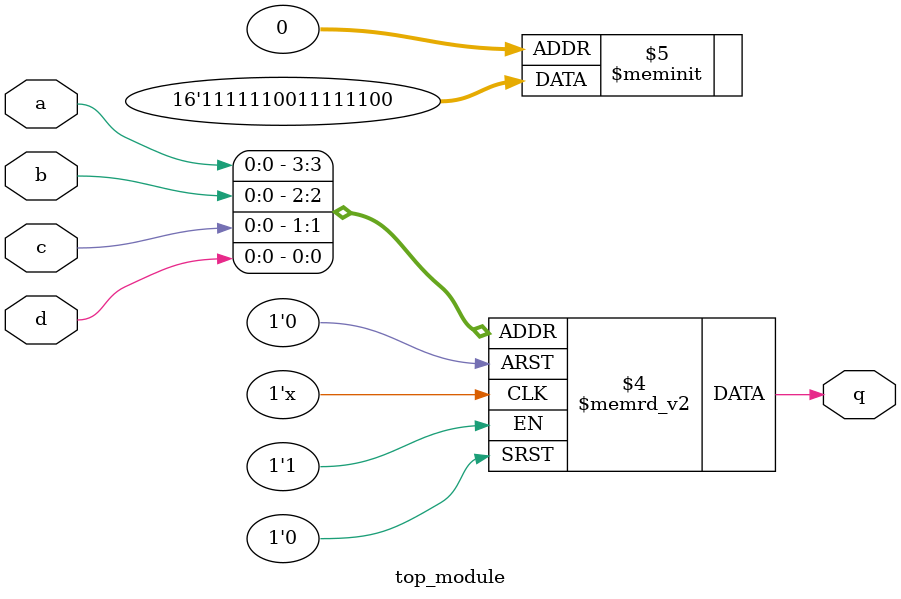
<source format=sv>
module top_module (
    input a,
    input b,
    input c,
    input d,
    output q
);

    always @(*) begin
        case ({a, b, c, d})
            4'b0000: q = 1'b0;
            4'b0001: q = 1'b0;
            4'b0010: q = 1'b1;
            4'b0011: q = 1'b1;
            4'b0100: q = 1'b1;
            4'b0101: q = 1'b1;
            4'b0110: q = 1'b1;
            4'b0111: q = 1'b1;
            4'b1000: q = 1'b0;
            4'b1001: q = 1'b0;
            4'b1010: q = 1'b1;
            4'b1011: q = 1'b1;
            4'b1100: q = 1'b1;
            4'b1101: q = 1'b1;
            4'b1110: q = 1'b1;
            4'b1111: q = 1'b1;
        endcase
    end

endmodule

</source>
